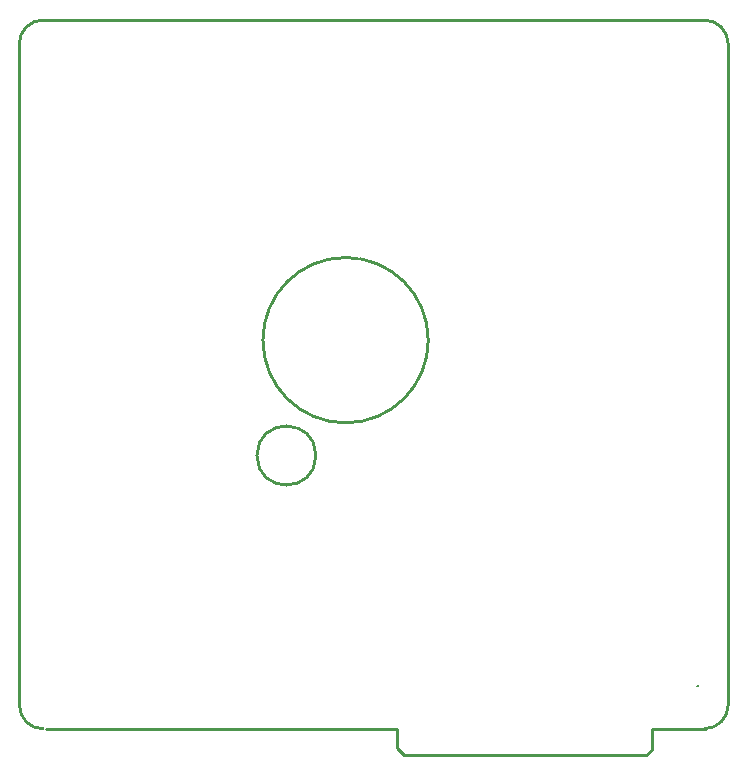
<source format=gbr>
%TF.GenerationSoftware,Altium Limited,Altium Designer,22.7.1 (60)*%
G04 Layer_Color=8388736*
%FSLAX45Y45*%
%MOMM*%
%TF.SameCoordinates,61DBAAF2-DE87-4E8A-AD11-02536D302051*%
%TF.FilePolarity,Positive*%
%TF.FileFunction,Other,Mechanical_26*%
%TF.Part,Single*%
G01*
G75*
%TA.AperFunction,NonConductor*%
%ADD62C,0.25400*%
D62*
X6549647Y1155585D02*
G03*
X6549647Y1155585I-5202J0D01*
G01*
X6606808Y794022D02*
G03*
X6806808Y993919I0J200000D01*
G01*
X4268035Y4084123D02*
G03*
X4268035Y4084123I-700000J0D01*
G01*
X3317215Y3107597D02*
G03*
X3317215Y3107597I-250000J0D01*
G01*
X6806263Y6594774D02*
G03*
X6606366Y6794774I-200000J0D01*
G01*
X806056Y993476D02*
G03*
X1005953Y793476I200000J0D01*
G01*
X1005511Y6794228D02*
G03*
X805511Y6594331I0J-200000D01*
G01*
X4061915Y571500D02*
X6112871D01*
X4000500Y632915D02*
X4061915Y571500D01*
X6112871D02*
X6159500Y618129D01*
X4000500Y632915D02*
Y793750D01*
X6159500Y618129D02*
Y793750D01*
X6616035D01*
X1028035D02*
X4000500D01*
X6806808Y993919D02*
Y6594228D01*
X805511Y994022D02*
Y6594331D01*
X1006056Y6794774D02*
X6606366D01*
%TF.MD5,42c69c9b1d86974af9299908eb2d03dc*%
M02*

</source>
